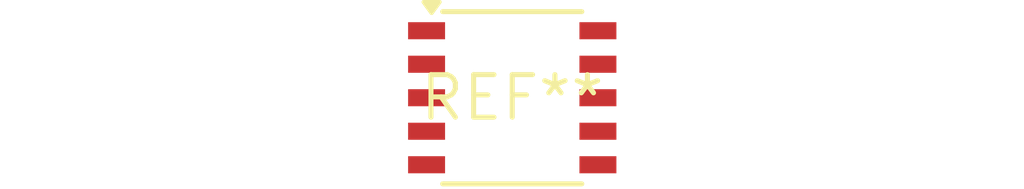
<source format=kicad_pcb>
(kicad_pcb (version 20240108) (generator pcbnew)
  (layers (0 "F.Cu" signal) (31 "B.Cu" signal) (34 "B.Paste" user) (35 "F.Paste" user) (36 "B.SilkS" user "B.Silkscreen") (37 "F.SilkS" user "F.Silkscreen") (38 "B.Mask" user) (39 "F.Mask" user) (44 "Edge.Cuts" user))
  (net 0 "")
  (footprint "SSOP-10_3.9x4.9mm_P1.00mm" (layer "F.Cu") (at 0 0)
    (property "Reference" "REF**")
    (property "Value" "SSOP-10_3.9x4.9mm_P1.00mm")
    (fp_line (start -2.07 -2.57) (end 2.07 -2.57) (layer "F.SilkS") (stroke (width 0.15)))
    (fp_line (start -2.07 2.57) (end 2.07 2.57) (layer "F.SilkS") (stroke (width 0.15)))
    (fp_poly (pts (xy -2.4 -2.526919) (xy -2.64 -2.856919) (xy -2.16 -2.856919) (xy -2.4 -2.526919)) (layer "F.SilkS") (stroke (width 0.12)) (fill solid))
    (pad "1" smd rect (at -2.55 -2) (size 1.1 0.51) (layers "F.Cu" "F.Paste" "F.Mask"))
    (pad "2" smd rect (at -2.55 -1) (size 1.1 0.51) (layers "F.Cu" "F.Paste" "F.Mask"))
    (pad "3" smd rect (at -2.55 0) (size 1.1 0.51) (layers "F.Cu" "F.Paste" "F.Mask"))
    (pad "4" smd rect (at -2.55 1) (size 1.1 0.51) (layers "F.Cu" "F.Paste" "F.Mask"))
    (pad "5" smd rect (at -2.55 2) (size 1.1 0.51) (layers "F.Cu" "F.Paste" "F.Mask"))
    (pad "6" smd rect (at 2.55 2) (size 1.1 0.51) (layers "F.Cu" "F.Paste" "F.Mask"))
    (pad "7" smd rect (at 2.55 1) (size 1.1 0.51) (layers "F.Cu" "F.Paste" "F.Mask"))
    (pad "8" smd rect (at 2.55 0) (size 1.1 0.51) (layers "F.Cu" "F.Paste" "F.Mask"))
    (pad "9" smd rect (at 2.55 -1) (size 1.1 0.51) (layers "F.Cu" "F.Paste" "F.Mask"))
    (pad "10" smd rect (at 2.55 -2) (size 1.1 0.51) (layers "F.Cu" "F.Paste" "F.Mask"))
  )
)
</source>
